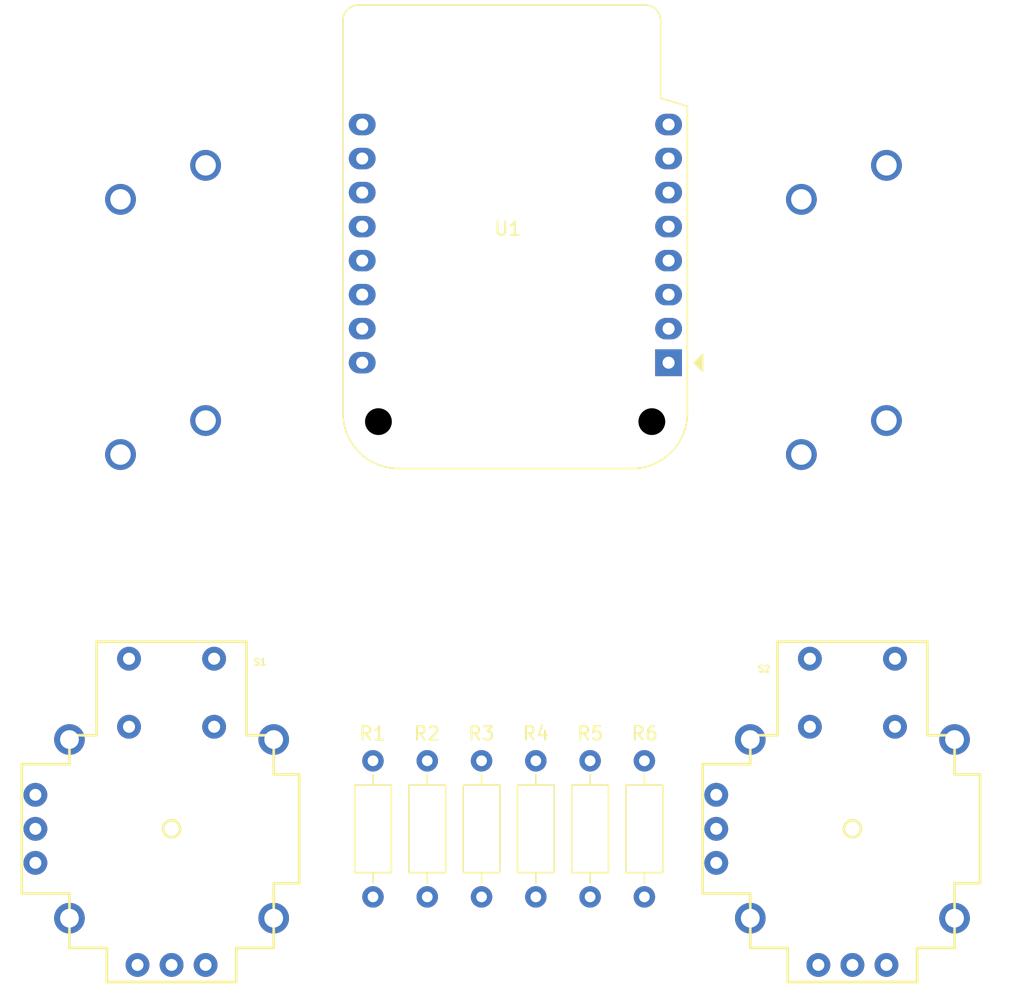
<source format=kicad_pcb>
(kicad_pcb (version 20241229) (generator "pcbnew") (generator_version "9.0")
  (layers (0 "F.Cu" signal) (2 "B.Cu" signal) (13 "F.Paste" user) (15 "B.Paste" user) (5 "F.SilkS" user "F.Silkscreen") (7 "B.SilkS" user "B.Silkscreen") (1 "F.Mask" user) (3 "B.Mask" user) (25 "Edge.Cuts" user))
  (net 0 "")
  (net 1 "GND")
  (net 2 "D8")
  (net 3 "D7")
  (net 4 "D4")
  (net 5 "D10")
  (net 7 "D5")
  (net 8 "D6")
  (net 9 "A1")
  (net 10 "A0")
  (net 11 "A2")
  (net 12 "A3")
  (net 15 "+3V3")
  (net 16 "+5V")
  (footprint "Resistor_THT:R_Axial_DIN0207_L6.3mm_D2.5mm_P10.16mm_Horizontal" (layer "F.Cu") (at 158.228 132.08 90)
    (property "Reference" "R5" (at 12.192 0.014 180) (layer "F.SilkS"))
    (property "Value" "R")
    (fp_line (start 9.12 0) (end 8.35 0) (stroke (width 0.12)) (layer "F.SilkS"))
    (fp_line (start 1.04 0) (end 1.81 0) (stroke (width 0.12)) (layer "F.SilkS"))
    (fp_rect (start 1.81 -1.37) (end 8.35 1.37) (stroke (width 0.12)) (fill no) (layer "F.SilkS"))
    (pad "1" thru_hole circle (at 0 0 90) (size 1.6 1.6) (drill 0.8) (layers "*.Cu" "*.Mask") (net 1 "GND"))
    (pad "2" thru_hole circle (at 10.16 0 90) (size 1.6 1.6) (drill 0.8) (layers "*.Cu" "*.Mask") (net 3 "D7"))
  )
  (footprint "MX_Solderable:MX-Solderable-1U" (layer "F.Cu") (at 127 101.6)
    (property "Reference" "SW2")
    (property "Value" "SW_Push")
    (pad "" np_thru_hole circle (at -5.08 0 48.099) (size 1.7018 1.7018) (drill 1.7018) (layers "*.Cu" "*.Mask"))
    (pad "" np_thru_hole circle (at 0 0) (size 3.9878 3.9878) (drill 3.9878) (layers "*.Cu" "*.Mask"))
    (pad "" np_thru_hole circle (at 5.08 0 48.099) (size 1.7018 1.7018) (drill 1.7018) (layers "*.Cu" "*.Mask"))
    (pad "1" thru_hole circle (at -3.81 -2.54) (size 2.3 2.3) (drill 1.524) (layers "*.Cu" "B.Mask") (net 15 "+3V3"))
    (pad "2" thru_hole circle (at 2.54 -5.08) (size 2.3 2.3) (drill 1.524) (layers "*.Cu" "B.Mask") (net 3 "D7"))
  )
  (footprint "MX_Solderable:MX-Solderable-1U" (layer "F.Cu") (at 127 82.55)
    (property "Reference" "SW1")
    (property "Value" "SW_Push")
    (pad "" np_thru_hole circle (at -5.08 0 48.099) (size 1.7018 1.7018) (drill 1.7018) (layers "*.Cu" "*.Mask"))
    (pad "" np_thru_hole circle (at 0 0) (size 3.9878 3.9878) (drill 3.9878) (layers "*.Cu" "*.Mask"))
    (pad "" np_thru_hole circle (at 5.08 0 48.099) (size 1.7018 1.7018) (drill 1.7018) (layers "*.Cu" "*.Mask"))
    (pad "1" thru_hole circle (at -3.81 -2.54) (size 2.3 2.3) (drill 1.524) (layers "*.Cu" "B.Mask") (net 15 "+3V3"))
    (pad "2" thru_hole circle (at 2.54 -5.08) (size 2.3 2.3) (drill 1.524) (layers "*.Cu" "B.Mask") (net 8 "D6"))
  )
  (footprint "joystick:JOYSTICK" (layer "F.Cu") (at 177.8 127)
    (property "Reference" "S2" (at -6.604 -11.938 180) (layer "F.SilkS") (effects (font (size 0.48 0.48) (thickness 0.12))))
    (property "Value" "JOYSTICK_THUMB")
    (fp_line (start -11.176 -4.826) (end -11.176 4.826) (stroke (width 0.2032)) (layer "F.SilkS"))
    (fp_line (start -7.62 -4.826) (end -11.176 -4.826) (stroke (width 0.2032)) (layer "F.SilkS"))
    (fp_line (start -7.62 -4.826) (end -7.62 -6.985) (stroke (width 0.2032)) (layer "F.SilkS"))
    (fp_line (start -7.62 4.826) (end -11.176 4.826) (stroke (width 0.2032)) (layer "F.SilkS"))
    (fp_line (start -7.62 4.826) (end -7.62 8.89) (stroke (width 0.2032)) (layer "F.SilkS"))
    (fp_line (start -5.588 -13.97) (end -5.588 -6.985) (stroke (width 0.2032)) (layer "F.SilkS"))
    (fp_line (start -5.588 -6.985) (end -7.62 -6.985) (stroke (width 0.2032)) (layer "F.SilkS"))
    (fp_line (start -4.826 8.89) (end -7.62 8.89) (stroke (width 0.2032)) (layer "F.SilkS"))
    (fp_line (start -4.826 11.43) (end -4.826 8.89) (stroke (width 0.2032)) (layer "F.SilkS"))
    (fp_line (start 4.826 8.89) (end 7.62 8.89) (stroke (width 0.2032)) (layer "F.SilkS"))
    (fp_line (start 4.826 11.43) (end -4.826 11.43) (stroke (width 0.2032)) (layer "F.SilkS"))
    (fp_line (start 4.826 11.43) (end 4.826 8.89) (stroke (width 0.2032)) (layer "F.SilkS"))
    (fp_line (start 5.588 -13.97) (end -5.588 -13.97) (stroke (width 0.2032)) (layer "F.SilkS"))
    (fp_line (start 5.588 -13.97) (end 5.588 -6.985) (stroke (width 0.2032)) (layer "F.SilkS"))
    (fp_line (start 7.62 -6.985) (end 5.588 -6.985) (stroke (width 0.2032)) (layer "F.SilkS"))
    (fp_line (start 7.62 -4.064) (end 7.62 -6.985) (stroke (width 0.2032)) (layer "F.SilkS"))
    (fp_line (start 7.62 -4.064) (end 9.525 -4.064) (stroke (width 0.2032)) (layer "F.SilkS"))
    (fp_line (start 7.62 4.064) (end 7.62 8.89) (stroke (width 0.2032)) (layer "F.SilkS"))
    (fp_line (start 7.62 4.064) (end 9.525 4.064) (stroke (width 0.2032)) (layer "F.SilkS"))
    (fp_line (start 9.525 -4.064) (end 9.525 4.064) (stroke (width 0.2032)) (layer "F.SilkS"))
    (fp_circle (center 0 0) (end 0.635 0) (stroke (width 0.2032)) (fill no) (layer "F.SilkS"))
    (pad "B1A" thru_hole circle (at -3.175 -12.7) (size 1.778 1.778) (drill 0.9) (layers "*.Cu" "*.Mask") (net 15 "+3V3"))
    (pad "B1B" thru_hole circle (at 3.175 -12.7) (size 1.778 1.778) (drill 0.9) (layers "*.Cu" "*.Mask"))
    (pad "B2A" thru_hole circle (at -3.175 -7.62) (size 1.778 1.778) (drill 0.9) (layers "*.Cu" "*.Mask") (net 7 "D5"))
    (pad "B2B" thru_hole circle (at 3.175 -7.62) (size 1.778 1.778) (drill 0.9) (layers "*.Cu" "*.Mask"))
    (pad "H1" thru_hole circle (at -2.54 10.16) (size 1.778 1.778) (drill 0.889) (layers "*.Cu" "*.Mask") (net 15 "+3V3"))
    (pad "H2" thru_hole circle (at 0 10.16) (size 1.778 1.778) (drill 0.889) (layers "*.Cu" "*.Mask") (net 12 "A3"))
    (pad "H3" thru_hole circle (at 2.54 10.16) (size 1.778 1.778) (drill 0.889) (layers "*.Cu" "*.Mask") (net 1 "GND"))
    (pad "MOUNT1" thru_hole circle (at -7.62 -6.6675) (size 2.286 2.286) (drill 1.397) (layers "*.Cu" "*.Mask"))
    (pad "MOUNT2" thru_hole circle (at -7.62 6.6675) (size 2.286 2.286) (drill 1.397) (layers "*.Cu" "*.Mask"))
    (pad "MOUNT3" thru_hole circle (at 7.62 6.6675) (size 2.286 2.286) (drill 1.397) (layers "*.Cu" "*.Mask"))
    (pad "MOUNT4" thru_hole circle (at 7.62 -6.6675) (size 2.286 2.286) (drill 1.397) (layers "*.Cu" "*.Mask"))
    (pad "V1" thru_hole circle (at -10.16 -2.54) (size 1.778 1.778) (drill 0.889) (layers "*.Cu" "*.Mask") (net 15 "+3V3"))
    (pad "V2" thru_hole circle (at -10.16 0) (size 1.778 1.778) (drill 0.889) (layers "*.Cu" "*.Mask") (net 11 "A2"))
    (pad "V3" thru_hole circle (at -10.16 2.54) (size 1.778 1.778) (drill 0.889) (layers "*.Cu" "*.Mask") (net 1 "GND"))
  )
  (footprint "RF_Module:WEMOS_C3_mini" (layer "F.Cu") (at 164.084 92.202 180)
    (property "Reference" "U1" (at 12 10 0) (layer "F.SilkS"))
    (property "Value" "WEMOS_C3_mini")
    (fp_line (start 24.3 25.547031) (end 24.3 -3.752969) (stroke (width 0.12)) (layer "F.SilkS"))
    (fp_line (start 20.2 -7.9) (end 2.75 -7.9) (stroke (width 0.12)) (layer "F.SilkS"))
    (fp_line (start 1.75 26.69703) (end 23.15 26.69703) (stroke (width 0.12)) (layer "F.SilkS"))
    (fp_line (start 0.6 19.75) (end 0.6 25.547031) (stroke (width 0.12)) (layer "F.SilkS"))
    (fp_line (start 0.6 19.75) (end -1.4 19.15) (stroke (width 0.12)) (layer "F.SilkS"))
    (fp_line (start -1.4 -3.647031) (end -1.4 19.15) (stroke (width 0.12)) (layer "F.SilkS"))
    (fp_arc (start 24.3 25.547031) (mid 23.963172 26.360203) (end 23.15 26.69703) (stroke (width 0.12)) (layer "F.SilkS"))
    (fp_arc (start 20.15 -7.9) (mid 23.082383 -6.685361) (end 24.297 -3.752969) (stroke (width 0.12)) (layer "F.SilkS"))
    (fp_arc (start 1.75 26.7) (mid 0.934727 26.362303) (end 0.59703 25.54703) (stroke (width 0.12)) (layer "F.SilkS"))
    (fp_arc (start -1.4 -3.65) (mid -0.221578 -6.651732) (end 2.75 -7.904246) (stroke (width 0.12)) (layer "F.SilkS"))
    (fp_poly (pts (xy -2.54 -0.635) (xy -2.54 0.635) (xy -1.905 0)) (stroke (width 0.12)) (fill yes) (layer "F.SilkS"))
    (pad "" np_thru_hole circle (at 1.25 -4.4 180) (size 3 3) (drill 2) (layers "*.Mask"))
    (pad "" np_thru_hole circle (at 21.65 -4.4 180) (size 3 3) (drill 2) (layers "*.Mask"))
    (pad "1" thru_hole rect (at 0 0 180) (size 2 2) (drill 0.9) (layers "*.Cu" "*.Mask"))
    (pad "2" thru_hole oval (at 0 2.54 180) (size 2 1.6) (drill 0.9) (layers "*.Cu" "*.Mask") (net 12 "A3"))
    (pad "3" thru_hole oval (at 0 5.08 180) (size 2 1.6) (drill 0.9) (layers "*.Cu" "*.Mask") (net 11 "A2"))
    (pad "4" thru_hole oval (at 0 7.62 180) (size 2 1.6) (drill 0.9) (layers "*.Cu" "*.Mask") (net 9 "A1"))
    (pad "5" thru_hole oval (at 0 10.16 180) (size 2 1.6) (drill 0.9) (layers "*.Cu" "*.Mask") (net 10 "A0"))
    (pad "6" thru_hole oval (at 0 12.7 180) (size 2 1.6) (drill 0.9) (layers "*.Cu" "*.Mask") (net 4 "D4"))
    (pad "7" thru_hole oval (at 0 15.24 180) (size 2 1.6) (drill 0.9) (layers "*.Cu" "*.Mask") (net 7 "D5"))
    (pad "8" thru_hole oval (at 0 17.78 180) (size 2 1.6) (drill 0.9) (layers "*.Cu" "*.Mask") (net 15 "+3V3"))
    (pad "9" thru_hole oval (at 22.86 17.78 180) (size 2 1.6) (drill 0.9) (layers "*.Cu" "*.Mask") (net 16 "+5V"))
    (pad "10" thru_hole oval (at 22.86 15.24 180) (size 2 1.6) (drill 0.9) (layers "*.Cu" "*.Mask") (net 1 "GND"))
    (pad "11" thru_hole oval (at 22.86 12.7 180) (size 2 1.6) (drill 0.9) (layers "*.Cu" "*.Mask") (net 8 "D6"))
    (pad "12" thru_hole oval (at 22.86 10.16 180) (size 2 1.6) (drill 0.9) (layers "*.Cu" "*.Mask") (net 3 "D7"))
    (pad "13" thru_hole oval (at 22.86 7.62 180) (size 2 1.6) (drill 0.9) (layers "*.Cu" "*.Mask") (net 2 "D8"))
    (pad "14" thru_hole oval (at 22.86 5.08 180) (size 2 1.6) (drill 0.9) (layers "*.Cu" "*.Mask") (net 5 "D10"))
    (pad "15" thru_hole oval (at 22.86 2.54 180) (size 2 1.6) (drill 0.9) (layers "*.Cu" "*.Mask"))
    (pad "16" thru_hole oval (at 22.86 0 180) (size 2 1.6) (drill 0.9) (layers "*.Cu" "*.Mask"))
  )
  (footprint "joystick:JOYSTICK" (layer "F.Cu") (at 127 127)
    (property "Reference" "S1" (at 6.604 -12.446 180) (layer "F.SilkS") (effects (font (size 0.48 0.48))))
    (property "Value" "JOYSTICK_THUMB")
    (fp_line (start -11.176 -4.826) (end -11.176 4.826) (stroke (width 0.2032)) (layer "F.SilkS"))
    (fp_line (start -7.62 -4.826) (end -11.176 -4.826) (stroke (width 0.2032)) (layer "F.SilkS"))
    (fp_line (start -7.62 -4.826) (end -7.62 -6.985) (stroke (width 0.2032)) (layer "F.SilkS"))
    (fp_line (start -7.62 4.826) (end -11.176 4.826) (stroke (width 0.2032)) (layer "F.SilkS"))
    (fp_line (start -7.62 4.826) (end -7.62 8.89) (stroke (width 0.2032)) (layer "F.SilkS"))
    (fp_line (start -5.588 -13.97) (end -5.588 -6.985) (stroke (width 0.2032)) (layer "F.SilkS"))
    (fp_line (start -5.588 -6.985) (end -7.62 -6.985) (stroke (width 0.2032)) (layer "F.SilkS"))
    (fp_line (start -4.826 8.89) (end -7.62 8.89) (stroke (width 0.2032)) (layer "F.SilkS"))
    (fp_line (start -4.826 11.43) (end -4.826 8.89) (stroke (width 0.2032)) (layer "F.SilkS"))
    (fp_line (start 4.826 8.89) (end 7.62 8.89) (stroke (width 0.2032)) (layer "F.SilkS"))
    (fp_line (start 4.826 11.43) (end -4.826 11.43) (stroke (width 0.2032)) (layer "F.SilkS"))
    (fp_line (start 4.826 11.43) (end 4.826 8.89) (stroke (width 0.2032)) (layer "F.SilkS"))
    (fp_line (start 5.588 -13.97) (end -5.588 -13.97) (stroke (width 0.2032)) (layer "F.SilkS"))
    (fp_line (start 5.588 -13.97) (end 5.588 -6.985) (stroke (width 0.2032)) (layer "F.SilkS"))
    (fp_line (start 7.62 -6.985) (end 5.588 -6.985) (stroke (width 0.2032)) (layer "F.SilkS"))
    (fp_line (start 7.62 -4.064) (end 7.62 -6.985) (stroke (width 0.2032)) (layer "F.SilkS"))
    (fp_line (start 7.62 -4.064) (end 9.525 -4.064) (stroke (width 0.2032)) (layer "F.SilkS"))
    (fp_line (start 7.62 4.064) (end 7.62 8.89) (stroke (width 0.2032)) (layer "F.SilkS"))
    (fp_line (start 7.62 4.064) (end 9.525 4.064) (stroke (width 0.2032)) (layer "F.SilkS"))
    (fp_line (start 9.525 -4.064) (end 9.525 4.064) (stroke (width 0.2032)) (layer "F.SilkS"))
    (fp_circle (center 0 0) (end 0.635 0) (stroke (width 0.2032)) (fill no) (layer "F.SilkS"))
    (pad "B1A" thru_hole circle (at -3.175 -12.7) (size 1.778 1.778) (drill 0.9) (layers "*.Cu" "*.Mask") (net 15 "+3V3"))
    (pad "B1B" thru_hole circle (at 3.175 -12.7) (size 1.778 1.778) (drill 0.9) (layers "*.Cu" "*.Mask"))
    (pad "B2A" thru_hole circle (at -3.175 -7.62) (size 1.778 1.778) (drill 0.9) (layers "*.Cu" "*.Mask") (net 4 "D4"))
    (pad "B2B" thru_hole circle (at 3.175 -7.62) (size 1.778 1.778) (drill 0.9) (layers "*.Cu" "*.Mask"))
    (pad "H1" thru_hole circle (at -2.54 10.16) (size 1.778 1.778) (drill 0.889) (layers "*.Cu" "*.Mask") (net 15 "+3V3"))
    (pad "H2" thru_hole circle (at 0 10.16) (size 1.778 1.778) (drill 0.889) (layers "*.Cu" "*.Mask") (net 9 "A1"))
    (pad "H3" thru_hole circle (at 2.54 10.16) (size 1.778 1.778) (drill 0.889) (layers "*.Cu" "*.Mask") (net 1 "GND"))
    (pad "MOUNT1" thru_hole circle (at -7.62 -6.6675) (size 2.286 2.286) (drill 1.397) (layers "*.Cu" "*.Mask"))
    (pad "MOUNT2" thru_hole circle (at -7.62 6.6675) (size 2.286 2.286) (drill 1.397) (layers "*.Cu" "*.Mask"))
    (pad "MOUNT3" thru_hole circle (at 7.62 6.6675) (size 2.286 2.286) (drill 1.397) (layers "*.Cu" "*.Mask"))
    (pad "MOUNT4" thru_hole circle (at 7.62 -6.6675) (size 2.286 2.286) (drill 1.397) (layers "*.Cu" "*.Mask"))
    (pad "V1" thru_hole circle (at -10.16 -2.54) (size 1.778 1.778) (drill 0.889) (layers "*.Cu" "*.Mask") (net 15 "+3V3"))
    (pad "V2" thru_hole circle (at -10.16 0) (size 1.778 1.778) (drill 0.889) (layers "*.Cu" "*.Mask") (net 10 "A0"))
    (pad "V3" thru_hole circle (at -10.16 2.54) (size 1.778 1.778) (drill 0.889) (layers "*.Cu" "*.Mask") (net 1 "GND"))
  )
  (footprint "Resistor_THT:R_Axial_DIN0207_L6.3mm_D2.5mm_P10.16mm_Horizontal" (layer "F.Cu") (at 146.078 132.08 90)
    (property "Reference" "R2" (at 12.192 -0.028 180) (layer "F.SilkS"))
    (property "Value" "R")
    (fp_line (start 9.12 0) (end 8.35 0) (stroke (width 0.12)) (layer "F.SilkS"))
    (fp_line (start 1.04 0) (end 1.81 0) (stroke (width 0.12)) (layer "F.SilkS"))
    (fp_rect (start 1.81 -1.37) (end 8.35 1.37) (stroke (width 0.12)) (fill no) (layer "F.SilkS"))
    (pad "1" thru_hole circle (at 0 0 90) (size 1.6 1.6) (drill 0.8) (layers "*.Cu" "*.Mask") (net 1 "GND"))
    (pad "2" thru_hole circle (at 10.16 0 90) (size 1.6 1.6) (drill 0.8) (layers "*.Cu" "*.Mask") (net 7 "D5"))
  )
  (footprint "MX_Solderable:MX-Solderable-1U" (layer "F.Cu") (at 177.8 101.6)
    (property "Reference" "SW4")
    (property "Value" "SW_Push")
    (pad "" np_thru_hole circle (at -5.08 0 48.099) (size 1.7018 1.7018) (drill 1.7018) (layers "*.Cu" "*.Mask"))
    (pad "" np_thru_hole circle (at 0 0) (size 3.9878 3.9878) (drill 3.9878) (layers "*.Cu" "*.Mask"))
    (pad "" np_thru_hole circle (at 5.08 0 48.099) (size 1.7018 1.7018) (drill 1.7018) (layers "*.Cu" "*.Mask"))
    (pad "1" thru_hole circle (at -3.81 -2.54) (size 2.3 2.3) (drill 1.524) (layers "*.Cu" "B.Mask") (net 15 "+3V3"))
    (pad "2" thru_hole circle (at 2.54 -5.08) (size 2.3 2.3) (drill 1.524) (layers "*.Cu" "B.Mask") (net 5 "D10"))
  )
  (footprint "Resistor_THT:R_Axial_DIN0207_L6.3mm_D2.5mm_P10.16mm_Horizontal" (layer "F.Cu") (at 162.278 132.08 90)
    (property "Reference" "R6" (at 12.192 0.028 180) (layer "F.SilkS"))
    (property "Value" "R")
    (fp_line (start 9.12 0) (end 8.35 0) (stroke (width 0.12)) (layer "F.SilkS"))
    (fp_line (start 1.04 0) (end 1.81 0) (stroke (width 0.12)) (layer "F.SilkS"))
    (fp_rect (start 1.81 -1.37) (end 8.35 1.37) (stroke (width 0.12)) (fill no) (layer "F.SilkS"))
    (pad "1" thru_hole circle (at 0 0 90) (size 1.6 1.6) (drill 0.8) (layers "*.Cu" "*.Mask") (net 1 "GND"))
    (pad "2" thru_hole circle (at 10.16 0 90) (size 1.6 1.6) (drill 0.8) (layers "*.Cu" "*.Mask") (net 5 "D10"))
  )
  (footprint "MX_Solderable:MX-Solderable-1U" (layer "F.Cu") (at 177.8 82.55)
    (property "Reference" "SW3")
    (property "Value" "SW_Push")
    (pad "" np_thru_hole circle (at -5.08 0 48.099) (size 1.7018 1.7018) (drill 1.7018) (layers "*.Cu" "*.Mask"))
    (pad "" np_thru_hole circle (at 0 0) (size 3.9878 3.9878) (drill 3.9878) (layers "*.Cu" "*.Mask"))
    (pad "" np_thru_hole circle (at 5.08 0 48.099) (size 1.7018 1.7018) (drill 1.7018) (layers "*.Cu" "*.Mask"))
    (pad "1" thru_hole circle (at -3.81 -2.54) (size 2.3 2.3) (drill 1.524) (layers "*.Cu" "B.Mask") (net 15 "+3V3"))
    (pad "2" thru_hole circle (at 2.54 -5.08) (size 2.3 2.3) (drill 1.524) (layers "*.Cu" "B.Mask") (net 2 "D8"))
  )
  (footprint "Resistor_THT:R_Axial_DIN0207_L6.3mm_D2.5mm_P10.16mm_Horizontal" (layer "F.Cu") (at 142.028 132.08 90)
    (property "Reference" "R1" (at 12.192 -0.042 180) (layer "F.SilkS"))
    (property "Value" "R")
    (fp_line (start 9.12 0) (end 8.35 0) (stroke (width 0.12)) (layer "F.SilkS"))
    (fp_line (start 1.04 0) (end 1.81 0) (stroke (width 0.12)) (layer "F.SilkS"))
    (fp_rect (start 1.81 -1.37) (end 8.35 1.37) (stroke (width 0.12)) (fill no) (layer "F.SilkS"))
    (pad "1" thru_hole circle (at 0 0 90) (size 1.6 1.6) (drill 0.8) (layers "*.Cu" "*.Mask") (net 1 "GND"))
    (pad "2" thru_hole circle (at 10.16 0 90) (size 1.6 1.6) (drill 0.8) (layers "*.Cu" "*.Mask") (net 4 "D4"))
  )
  (footprint "Resistor_THT:R_Axial_DIN0207_L6.3mm_D2.5mm_P10.16mm_Horizontal" (layer "F.Cu") (at 150.128 132.08 90)
    (property "Reference" "R3" (at 12.192 -0.014 180) (layer "F.SilkS"))
    (property "Value" "R")
    (fp_line (start 9.12 0) (end 8.35 0) (stroke (width 0.12)) (layer "F.SilkS"))
    (fp_line (start 1.04 0) (end 1.81 0) (stroke (width 0.12)) (layer "F.SilkS"))
    (fp_rect (start 1.81 -1.37) (end 8.35 1.37) (stroke (width 0.12)) (fill no) (layer "F.SilkS"))
    (pad "1" thru_hole circle (at 0 0 90) (size 1.6 1.6) (drill 0.8) (layers "*.Cu" "*.Mask") (net 1 "GND"))
    (pad "2" thru_hole circle (at 10.16 0 90) (size 1.6 1.6) (drill 0.8) (layers "*.Cu" "*.Mask") (net 2 "D8"))
  )
  (footprint "Resistor_THT:R_Axial_DIN0207_L6.3mm_D2.5mm_P10.16mm_Horizontal" (layer "F.Cu") (at 154.178 132.08 90)
    (property "Reference" "R4" (at 12.192 0 180) (layer "F.SilkS"))
    (property "Value" "R")
    (fp_line (start 9.12 0) (end 8.35 0) (stroke (width 0.12)) (layer "F.SilkS"))
    (fp_line (start 1.04 0) (end 1.81 0) (stroke (width 0.12)) (layer "F.SilkS"))
    (fp_rect (start 1.81 -1.37) (end 8.35 1.37) (stroke (width 0.12)) (fill no) (layer "F.SilkS"))
    (pad "1" thru_hole circle (at 0 0 90) (size 1.6 1.6) (drill 0.8) (layers "*.Cu" "*.Mask") (net 1 "GND"))
    (pad "2" thru_hole circle (at 10.16 0 90) (size 1.6 1.6) (drill 0.8) (layers "*.Cu" "*.Mask") (net 8 "D6"))
  )
)
</source>
